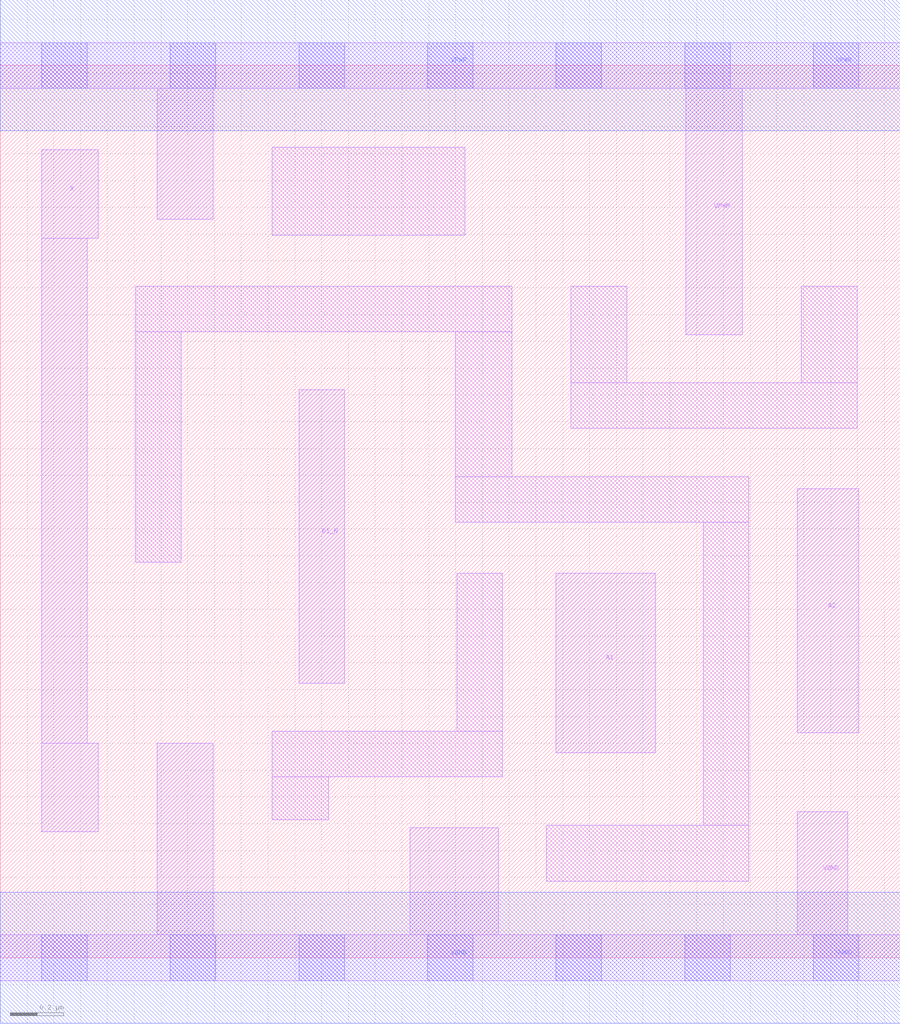
<source format=lef>
# Copyright 2020 The SkyWater PDK Authors
#
# Licensed under the Apache License, Version 2.0 (the "License");
# you may not use this file except in compliance with the License.
# You may obtain a copy of the License at
#
#     https://www.apache.org/licenses/LICENSE-2.0
#
# Unless required by applicable law or agreed to in writing, software
# distributed under the License is distributed on an "AS IS" BASIS,
# WITHOUT WARRANTIES OR CONDITIONS OF ANY KIND, either express or implied.
# See the License for the specific language governing permissions and
# limitations under the License.
#
# SPDX-License-Identifier: Apache-2.0

VERSION 5.7 ;
  NAMESCASESENSITIVE ON ;
  NOWIREEXTENSIONATPIN ON ;
  DIVIDERCHAR "/" ;
  BUSBITCHARS "[]" ;
UNITS
  DATABASE MICRONS 200 ;
END UNITS
MACRO sky130_fd_sc_lp__a21bo_m
  CLASS CORE ;
  SOURCE USER ;
  FOREIGN sky130_fd_sc_lp__a21bo_m ;
  ORIGIN  0.000000  0.000000 ;
  SIZE  3.360000 BY  3.330000 ;
  SYMMETRY X Y R90 ;
  SITE unit ;
  PIN A1
    ANTENNAGATEAREA  0.126000 ;
    DIRECTION INPUT ;
    USE SIGNAL ;
    PORT
      LAYER li1 ;
        RECT 2.075000 0.765000 2.445000 1.435000 ;
    END
  END A1
  PIN A2
    ANTENNAGATEAREA  0.126000 ;
    DIRECTION INPUT ;
    USE SIGNAL ;
    PORT
      LAYER li1 ;
        RECT 2.975000 0.840000 3.205000 1.750000 ;
    END
  END A2
  PIN B1_N
    ANTENNAGATEAREA  0.126000 ;
    DIRECTION INPUT ;
    USE SIGNAL ;
    PORT
      LAYER li1 ;
        RECT 1.115000 1.025000 1.285000 2.120000 ;
    END
  END B1_N
  PIN X
    ANTENNADIFFAREA  0.222600 ;
    DIRECTION OUTPUT ;
    USE SIGNAL ;
    PORT
      LAYER li1 ;
        RECT 0.155000 0.470000 0.365000 0.800000 ;
        RECT 0.155000 0.800000 0.325000 2.685000 ;
        RECT 0.155000 2.685000 0.365000 3.015000 ;
    END
  END X
  PIN VGND
    DIRECTION INOUT ;
    USE GROUND ;
    PORT
      LAYER li1 ;
        RECT 0.000000 -0.085000 3.360000 0.085000 ;
        RECT 0.585000  0.085000 0.795000 0.800000 ;
        RECT 1.530000  0.085000 1.860000 0.485000 ;
        RECT 2.975000  0.085000 3.165000 0.545000 ;
      LAYER mcon ;
        RECT 0.155000 -0.085000 0.325000 0.085000 ;
        RECT 0.635000 -0.085000 0.805000 0.085000 ;
        RECT 1.115000 -0.085000 1.285000 0.085000 ;
        RECT 1.595000 -0.085000 1.765000 0.085000 ;
        RECT 2.075000 -0.085000 2.245000 0.085000 ;
        RECT 2.555000 -0.085000 2.725000 0.085000 ;
        RECT 3.035000 -0.085000 3.205000 0.085000 ;
      LAYER met1 ;
        RECT 0.000000 -0.245000 3.360000 0.245000 ;
    END
  END VGND
  PIN VPWR
    DIRECTION INOUT ;
    USE POWER ;
    PORT
      LAYER li1 ;
        RECT 0.000000 3.245000 3.360000 3.415000 ;
        RECT 0.585000 2.755000 0.795000 3.245000 ;
        RECT 2.560000 2.325000 2.770000 3.245000 ;
      LAYER mcon ;
        RECT 0.155000 3.245000 0.325000 3.415000 ;
        RECT 0.635000 3.245000 0.805000 3.415000 ;
        RECT 1.115000 3.245000 1.285000 3.415000 ;
        RECT 1.595000 3.245000 1.765000 3.415000 ;
        RECT 2.075000 3.245000 2.245000 3.415000 ;
        RECT 2.555000 3.245000 2.725000 3.415000 ;
        RECT 3.035000 3.245000 3.205000 3.415000 ;
      LAYER met1 ;
        RECT 0.000000 3.085000 3.360000 3.575000 ;
    END
  END VPWR
  OBS
    LAYER li1 ;
      RECT 0.505000 1.475000 0.675000 2.335000 ;
      RECT 0.505000 2.335000 1.910000 2.505000 ;
      RECT 1.015000 0.515000 1.225000 0.675000 ;
      RECT 1.015000 0.675000 1.875000 0.845000 ;
      RECT 1.015000 2.695000 1.735000 3.025000 ;
      RECT 1.700000 1.625000 2.795000 1.795000 ;
      RECT 1.700000 1.795000 1.910000 2.335000 ;
      RECT 1.705000 0.845000 1.875000 1.435000 ;
      RECT 2.040000 0.285000 2.795000 0.495000 ;
      RECT 2.130000 1.975000 3.200000 2.145000 ;
      RECT 2.130000 2.145000 2.340000 2.505000 ;
      RECT 2.625000 0.495000 2.795000 1.625000 ;
      RECT 2.990000 2.145000 3.200000 2.505000 ;
  END
END sky130_fd_sc_lp__a21bo_m

</source>
